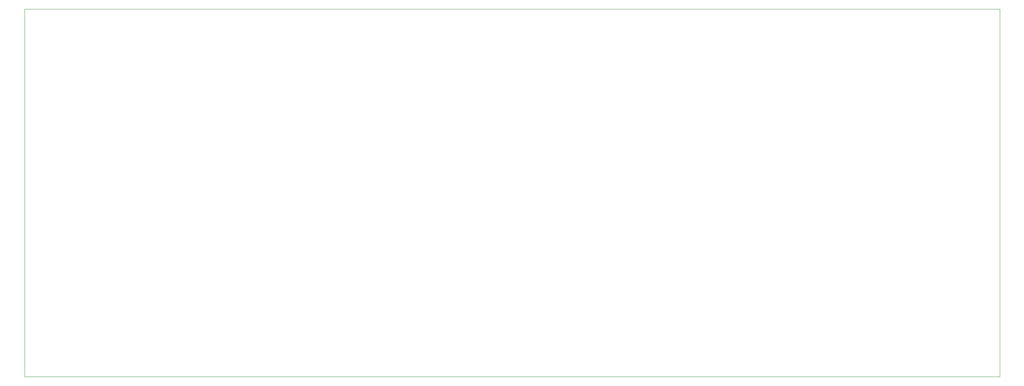
<source format=gbr>
%TF.GenerationSoftware,KiCad,Pcbnew,8.0.8*%
%TF.CreationDate,2025-05-22T14:29:21-05:00*%
%TF.ProjectId,ST2402,53543234-3032-42e6-9b69-6361645f7063,1*%
%TF.SameCoordinates,Original*%
%TF.FileFunction,Profile,NP*%
%FSLAX46Y46*%
G04 Gerber Fmt 4.6, Leading zero omitted, Abs format (unit mm)*
G04 Created by KiCad (PCBNEW 8.0.8) date 2025-05-22 14:29:21*
%MOMM*%
%LPD*%
G01*
G04 APERTURE LIST*
%TA.AperFunction,Profile*%
%ADD10C,0.050000*%
%TD*%
G04 APERTURE END LIST*
D10*
X32385000Y-53975000D02*
X260985000Y-53975000D01*
X260985000Y-140335000D01*
X32385000Y-140335000D01*
X32385000Y-53975000D01*
M02*

</source>
